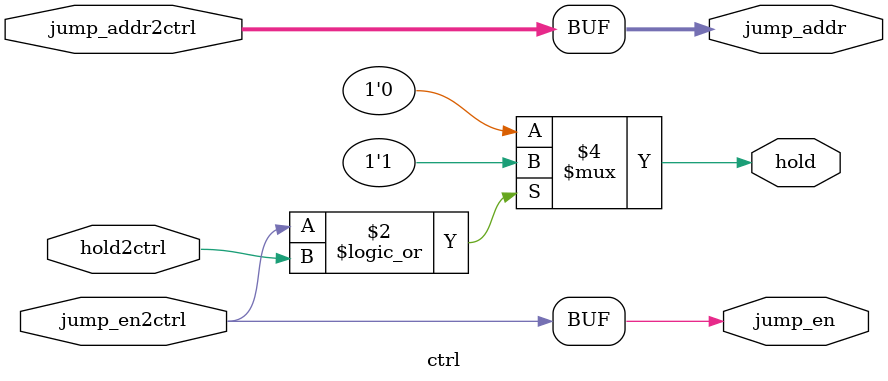
<source format=v>
module ctrl(
	input  wire 		hold2ctrl		,
	input  wire 		jump_en2ctrl	,
	input  wire [31:0] 	jump_addr2ctrl	,
	output reg 			hold			,
	output reg 			jump_en			,
	output reg [31:0]  	jump_addr
);

	always @(*) begin
		
		jump_addr = jump_addr2ctrl;
		jump_en	  = jump_en2ctrl;

		if(jump_en2ctrl || hold2ctrl) begin
			hold = 1'b1;
		end else begin
			hold = 1'b0;
		end

	end


endmodule
</source>
